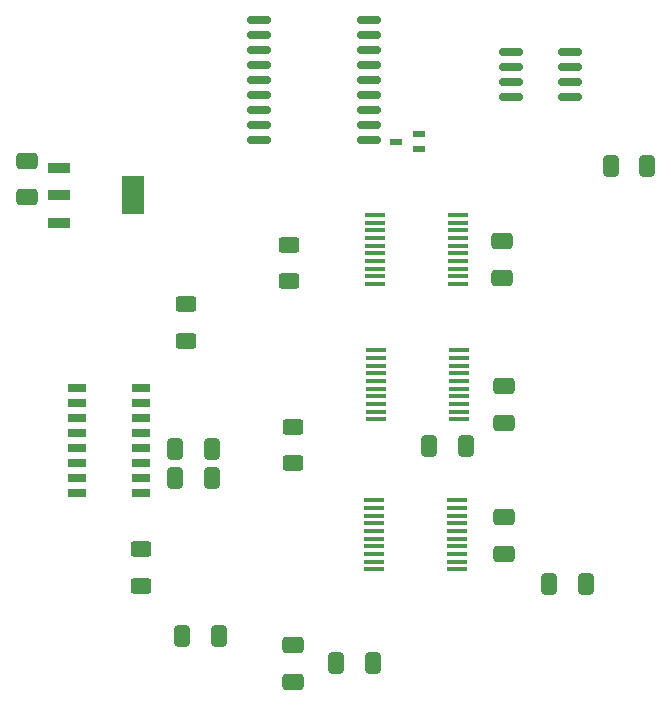
<source format=gbr>
%TF.GenerationSoftware,KiCad,Pcbnew,8.0.1-rc1*%
%TF.CreationDate,2024-08-20T18:32:43-07:00*%
%TF.ProjectId,AMS - CANBus Sensor - Temperature,414d5320-2d20-4434-914e-427573205365,rev?*%
%TF.SameCoordinates,Original*%
%TF.FileFunction,Paste,Bot*%
%TF.FilePolarity,Positive*%
%FSLAX46Y46*%
G04 Gerber Fmt 4.6, Leading zero omitted, Abs format (unit mm)*
G04 Created by KiCad (PCBNEW 8.0.1-rc1) date 2024-08-20 18:32:43*
%MOMM*%
%LPD*%
G01*
G04 APERTURE LIST*
G04 Aperture macros list*
%AMRoundRect*
0 Rectangle with rounded corners*
0 $1 Rounding radius*
0 $2 $3 $4 $5 $6 $7 $8 $9 X,Y pos of 4 corners*
0 Add a 4 corners polygon primitive as box body*
4,1,4,$2,$3,$4,$5,$6,$7,$8,$9,$2,$3,0*
0 Add four circle primitives for the rounded corners*
1,1,$1+$1,$2,$3*
1,1,$1+$1,$4,$5*
1,1,$1+$1,$6,$7*
1,1,$1+$1,$8,$9*
0 Add four rect primitives between the rounded corners*
20,1,$1+$1,$2,$3,$4,$5,0*
20,1,$1+$1,$4,$5,$6,$7,0*
20,1,$1+$1,$6,$7,$8,$9,0*
20,1,$1+$1,$8,$9,$2,$3,0*%
G04 Aperture macros list end*
%ADD10R,1.850000X0.900000*%
%ADD11R,1.850000X3.200000*%
%ADD12R,1.525000X0.650000*%
%ADD13R,1.000000X0.550000*%
%ADD14RoundRect,0.250000X0.650000X-0.412500X0.650000X0.412500X-0.650000X0.412500X-0.650000X-0.412500X0*%
%ADD15RoundRect,0.250000X-0.650000X0.412500X-0.650000X-0.412500X0.650000X-0.412500X0.650000X0.412500X0*%
%ADD16RoundRect,0.150000X0.825000X0.150000X-0.825000X0.150000X-0.825000X-0.150000X0.825000X-0.150000X0*%
%ADD17R,1.705000X0.450000*%
%ADD18RoundRect,0.250000X-0.412500X-0.650000X0.412500X-0.650000X0.412500X0.650000X-0.412500X0.650000X0*%
%ADD19RoundRect,0.250000X-0.625000X0.400000X-0.625000X-0.400000X0.625000X-0.400000X0.625000X0.400000X0*%
%ADD20RoundRect,0.250000X0.412500X0.650000X-0.412500X0.650000X-0.412500X-0.650000X0.412500X-0.650000X0*%
%ADD21RoundRect,0.150000X0.875000X0.150000X-0.875000X0.150000X-0.875000X-0.150000X0.875000X-0.150000X0*%
%ADD22RoundRect,0.250000X0.625000X-0.400000X0.625000X0.400000X-0.625000X0.400000X-0.625000X-0.400000X0*%
G04 APERTURE END LIST*
D10*
%TO.C,IC5*%
X125227300Y-82238500D03*
X125227300Y-79938500D03*
X125227300Y-77638500D03*
D11*
X131427300Y-79938500D03*
%TD*%
D12*
%TO.C,IC4*%
X126702000Y-105163600D03*
X126702000Y-103893600D03*
X126702000Y-102623600D03*
X126702000Y-101353600D03*
X126702000Y-100083600D03*
X126702000Y-98813600D03*
X126702000Y-97543600D03*
X126702000Y-96273600D03*
X132126000Y-96273600D03*
X132126000Y-97543600D03*
X132126000Y-98813600D03*
X132126000Y-100083600D03*
X132126000Y-101353600D03*
X132126000Y-102623600D03*
X132126000Y-103893600D03*
X132126000Y-105163600D03*
%TD*%
D13*
%TO.C,D1*%
X155655900Y-74744100D03*
X155655900Y-76044100D03*
X153755900Y-75394100D03*
%TD*%
D14*
%TO.C,C17*%
X122452500Y-80108100D03*
X122452500Y-76983100D03*
%TD*%
D15*
%TO.C,C2*%
X145046300Y-118038200D03*
X145046300Y-121163200D03*
%TD*%
D16*
%TO.C,U4*%
X168429800Y-67769000D03*
X168429800Y-69039000D03*
X168429800Y-70309000D03*
X168429800Y-71579000D03*
X163479800Y-71579000D03*
X163479800Y-70309000D03*
X163479800Y-69039000D03*
X163479800Y-67769000D03*
%TD*%
D17*
%TO.C,IC2*%
X159052800Y-93041700D03*
X159052800Y-93691700D03*
X159052800Y-94341700D03*
X159052800Y-94991700D03*
X159052800Y-95641700D03*
X159052800Y-96291700D03*
X159052800Y-96941700D03*
X159052800Y-97591700D03*
X159052800Y-98241700D03*
X159052800Y-98891700D03*
X152056800Y-98891700D03*
X152056800Y-98241700D03*
X152056800Y-97591700D03*
X152056800Y-96941700D03*
X152056800Y-96291700D03*
X152056800Y-95641700D03*
X152056800Y-94991700D03*
X152056800Y-94341700D03*
X152056800Y-93691700D03*
X152056800Y-93041700D03*
%TD*%
D18*
%TO.C,C10*%
X171892600Y-77456100D03*
X175017600Y-77456100D03*
%TD*%
D19*
%TO.C,R4*%
X132096400Y-109912300D03*
X132096400Y-113012300D03*
%TD*%
D14*
%TO.C,C9*%
X162729800Y-86897200D03*
X162729800Y-83772200D03*
%TD*%
D20*
%TO.C,C4*%
X151743500Y-119515100D03*
X148618500Y-119515100D03*
%TD*%
D21*
%TO.C,U3*%
X151455100Y-65127000D03*
X151455100Y-66397000D03*
X151455100Y-67667000D03*
X151455100Y-68937000D03*
X151455100Y-70207000D03*
X151455100Y-71477000D03*
X151455100Y-72747000D03*
X151455100Y-74017000D03*
X151455100Y-75287000D03*
X142155100Y-75287000D03*
X142155100Y-74017000D03*
X142155100Y-72747000D03*
X142155100Y-71477000D03*
X142155100Y-70207000D03*
X142155100Y-68937000D03*
X142155100Y-67667000D03*
X142155100Y-66397000D03*
X142155100Y-65127000D03*
%TD*%
D22*
%TO.C,R5*%
X144703000Y-87196800D03*
X144703000Y-84096800D03*
%TD*%
D19*
%TO.C,R3*%
X135973000Y-89148700D03*
X135973000Y-92248700D03*
%TD*%
D17*
%TO.C,IC3*%
X158862000Y-105750800D03*
X158862000Y-106400800D03*
X158862000Y-107050800D03*
X158862000Y-107700800D03*
X158862000Y-108350800D03*
X158862000Y-109000800D03*
X158862000Y-109650800D03*
X158862000Y-110300800D03*
X158862000Y-110950800D03*
X158862000Y-111600800D03*
X151866000Y-111600800D03*
X151866000Y-110950800D03*
X151866000Y-110300800D03*
X151866000Y-109650800D03*
X151866000Y-109000800D03*
X151866000Y-108350800D03*
X151866000Y-107700800D03*
X151866000Y-107050800D03*
X151866000Y-106400800D03*
X151866000Y-105750800D03*
%TD*%
D20*
%TO.C,C1*%
X138717100Y-117199700D03*
X135592100Y-117199700D03*
%TD*%
D19*
%TO.C,R2*%
X144995600Y-99509000D03*
X144995600Y-102609000D03*
%TD*%
D17*
%TO.C,IC1*%
X158961000Y-81591200D03*
X158961000Y-82241200D03*
X158961000Y-82891200D03*
X158961000Y-83541200D03*
X158961000Y-84191200D03*
X158961000Y-84841200D03*
X158961000Y-85491200D03*
X158961000Y-86141200D03*
X158961000Y-86791200D03*
X158961000Y-87441200D03*
X151965000Y-87441200D03*
X151965000Y-86791200D03*
X151965000Y-86141200D03*
X151965000Y-85491200D03*
X151965000Y-84841200D03*
X151965000Y-84191200D03*
X151965000Y-83541200D03*
X151965000Y-82891200D03*
X151965000Y-82241200D03*
X151965000Y-81591200D03*
%TD*%
D15*
%TO.C,C12*%
X162889700Y-96066100D03*
X162889700Y-99191100D03*
%TD*%
D20*
%TO.C,C7*%
X138126100Y-103901500D03*
X135001100Y-103901500D03*
%TD*%
D18*
%TO.C,C13*%
X156521000Y-101175400D03*
X159646000Y-101175400D03*
%TD*%
D20*
%TO.C,C6*%
X138122400Y-101431600D03*
X134997400Y-101431600D03*
%TD*%
D15*
%TO.C,C14*%
X162869100Y-107189900D03*
X162869100Y-110314900D03*
%TD*%
D20*
%TO.C,C16*%
X169811100Y-112819400D03*
X166686100Y-112819400D03*
%TD*%
M02*

</source>
